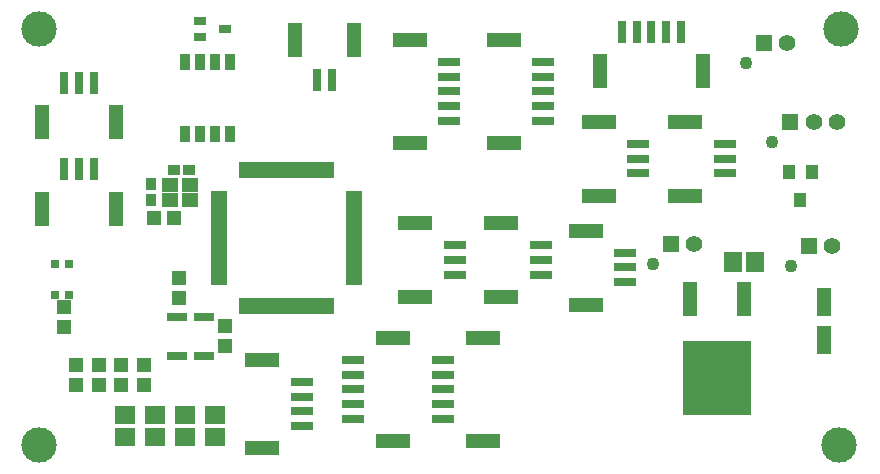
<source format=gbr>
G04 DipTrace 3.2.0.0*
G04 Science_board_v2_TopMask.gbr*
%MOMM*%
G04 #@! TF.FileFunction,Soldermask,Top*
G04 #@! TF.Part,Single*
%ADD50C,1.1*%
%ADD51C,3.0*%
%ADD56R,1.4X1.2*%
%ADD58R,5.75X6.35*%
%ADD60R,1.2X2.95*%
%ADD62R,0.962X1.343*%
%ADD64R,0.5X1.4*%
%ADD66R,1.4X0.5*%
%ADD68R,1.7X0.75*%
%ADD70R,0.77X0.68*%
%ADD72R,1.0X1.25*%
%ADD74R,1.9X0.8*%
%ADD76R,3.0X1.2*%
%ADD78R,0.8X1.9*%
%ADD80R,1.2X3.0*%
%ADD82C,1.4*%
%ADD84R,1.4X1.4*%
%ADD86R,1.5X1.7*%
%ADD88R,1.7X1.5*%
%ADD90R,1.05X0.7*%
%ADD92R,1.2X2.4*%
%ADD94R,1.1X0.9*%
%ADD96R,0.9X1.1*%
%ADD98R,1.3X1.2*%
%ADD100R,1.2X1.3*%
%FSLAX35Y35*%
G04*
G71*
G90*
G75*
G01*
G04 TopMask*
%LPD*%
D96*
X1258500Y2521713D3*
Y2391713D3*
D94*
X1449000Y2645713D3*
X1579000D3*
D100*
X520110Y1309180D3*
Y1479180D3*
D92*
X6953250Y1524000D3*
Y1204000D3*
D90*
X1671250Y3902000D3*
Y3771987D3*
X1881250Y3836993D3*
D88*
X1290250Y568250D3*
Y378250D3*
X1544250Y568250D3*
Y378250D3*
X1798250Y568250D3*
Y378250D3*
X1036250Y568250D3*
Y378250D3*
D86*
X6184090Y1861917D3*
X6374090D3*
D84*
X6445250Y3714750D3*
D82*
X6645250D3*
D50*
X6295250Y3544750D3*
D84*
X5656867Y2018013D3*
D82*
X5856867D3*
D50*
X5506867Y1848013D3*
D84*
X6826250Y2000250D3*
D82*
X7026250D3*
D50*
X6676250Y1830250D3*
D80*
X337750Y2314500D3*
X962750D3*
D78*
X522750Y2649500D3*
X647750D3*
X772750D3*
D80*
X337750Y3044750D3*
X962750D3*
D78*
X522750Y3379750D3*
X647750D3*
X772750D3*
D80*
X2973000Y3743250D3*
X2473000D3*
D78*
X2788000Y3408250D3*
X2663000D3*
D76*
X3449250Y3743250D3*
Y2873250D3*
D74*
X3784250Y3433250D3*
Y3308250D3*
Y3558250D3*
Y3183250D3*
Y3058250D3*
D76*
X4243000Y3743250D3*
Y2873250D3*
D74*
X4578000Y3433250D3*
Y3308250D3*
Y3558250D3*
Y3183250D3*
Y3058250D3*
D76*
X5778500Y3048000D3*
Y2423000D3*
D74*
X6113500Y2863000D3*
Y2738000D3*
Y2613000D3*
D76*
X5048250Y3048000D3*
Y2423000D3*
D74*
X5383250Y2863000D3*
Y2738000D3*
Y2613000D3*
D84*
X6667500Y3048000D3*
D82*
X6867500D3*
X7067500D3*
D50*
X6517500Y2878000D3*
D80*
X5058290Y3476813D3*
X5928290D3*
D78*
X5368290Y3811813D3*
X5493290D3*
X5243290D3*
X5618290D3*
X5743290D3*
D76*
X3302000Y349250D3*
Y1219250D3*
D74*
X2967000Y534250D3*
Y659250D3*
Y784250D3*
Y534250D3*
Y909250D3*
Y1034250D3*
D76*
X4064000Y349250D3*
Y1219250D3*
D74*
X3729000Y534250D3*
Y659250D3*
Y784250D3*
Y534250D3*
Y909250D3*
Y1034250D3*
D76*
X4936337Y2127250D3*
Y1502250D3*
D74*
X5271337Y1942250D3*
Y1817250D3*
Y1692250D3*
Y1942250D3*
D76*
X4222173Y2190750D3*
Y1565750D3*
D74*
X4557173Y2005750D3*
Y1880750D3*
Y1755750D3*
Y2005750D3*
D76*
X2200067Y1034620D3*
Y289620D3*
D74*
X2535067Y724620D3*
Y599620D3*
Y849620D3*
Y474620D3*
D76*
X3493680Y2190750D3*
Y1565750D3*
D74*
X3828680Y2005750D3*
Y1880750D3*
Y1755750D3*
Y2005750D3*
D72*
X6850750Y2628500D3*
X6660750D3*
X6755750Y2388500D3*
D98*
X1454517Y2232963D3*
X1284517D3*
D100*
X1195000Y822840D3*
Y992840D3*
X1004500Y822840D3*
Y992840D3*
X814000Y822840D3*
Y992840D3*
X623500Y822840D3*
Y992840D3*
X1492250Y1555750D3*
Y1725750D3*
X1883250Y1320000D3*
Y1150000D3*
D70*
X444000Y1846250D3*
Y1584250D3*
X560000Y1846250D3*
Y1584250D3*
D68*
X1480750Y1393750D3*
Y1068750D3*
X1703000Y1393750D3*
Y1068750D3*
D66*
X1830000Y2441500D3*
Y2391500D3*
Y2341500D3*
Y2291500D3*
Y2241500D3*
Y2191500D3*
Y2141500D3*
Y2091500D3*
Y2041500D3*
Y1991500D3*
Y1941500D3*
Y1891500D3*
Y1841500D3*
Y1791500D3*
Y1741500D3*
Y1691500D3*
D64*
X2030000Y1491500D3*
X2080000D3*
X2130000D3*
X2180000D3*
X2230000D3*
X2280000D3*
X2330000D3*
X2380000D3*
X2430000D3*
X2480000D3*
X2530000D3*
X2580000D3*
X2630000D3*
X2680000D3*
X2730000D3*
X2780000D3*
D66*
X2980000Y1691500D3*
Y1741500D3*
Y1791500D3*
Y1841500D3*
Y1891500D3*
Y1941500D3*
Y1991500D3*
Y2041500D3*
Y2091500D3*
Y2141500D3*
Y2191500D3*
Y2241500D3*
Y2291500D3*
Y2341500D3*
Y2391500D3*
Y2441500D3*
D64*
X2780000Y2641500D3*
X2730000D3*
X2680000D3*
X2630000D3*
X2580000D3*
X2530000D3*
X2480000D3*
X2430000D3*
X2380000D3*
X2330000D3*
X2280000D3*
X2230000D3*
X2180000D3*
X2130000D3*
X2080000D3*
X2030000D3*
D62*
X1544250Y2949500D3*
X1671250D3*
X1798250D3*
X1925250D3*
Y3560367D3*
X1798250D3*
X1671250D3*
X1544250D3*
D60*
X6274667Y1548370D3*
X5818667D3*
D58*
X6046667Y878370D3*
D56*
X1417250Y2518713D3*
Y2388713D3*
X1587250Y2518713D3*
Y2388713D3*
D51*
X306000Y3838500D3*
X7100500D3*
X7080250Y317500D3*
X306000Y314250D3*
M02*

</source>
